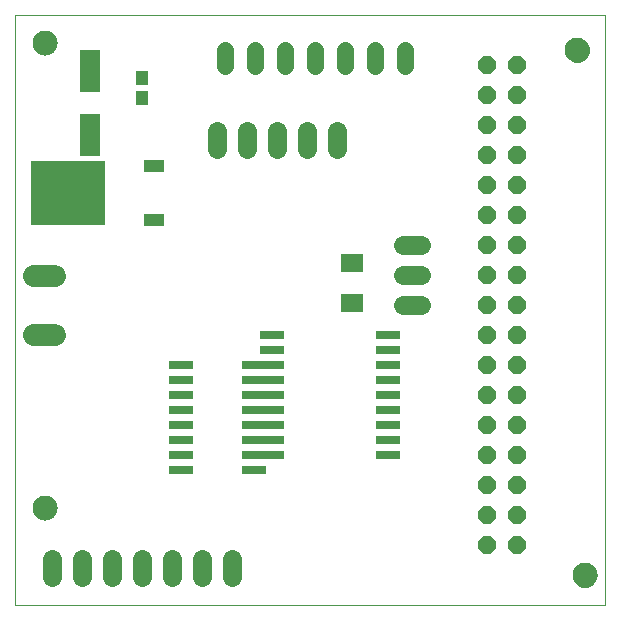
<source format=gbs>
G75*
%MOIN*%
%OFA0B0*%
%FSLAX24Y24*%
%IPPOS*%
%LPD*%
%AMOC8*
5,1,8,0,0,1.08239X$1,22.5*
%
%ADD10C,0.0000*%
%ADD11C,0.0827*%
%ADD12C,0.0745*%
%ADD13R,0.2481X0.2166*%
%ADD14R,0.0670X0.0434*%
%ADD15R,0.0670X0.1418*%
%ADD16R,0.0434X0.0473*%
%ADD17R,0.0840X0.0300*%
%ADD18OC8,0.0600*%
%ADD19C,0.0640*%
%ADD20R,0.0749X0.0591*%
%ADD21C,0.0560*%
D10*
X001100Y000333D02*
X001100Y020018D01*
X020785Y020018D01*
X020785Y000333D01*
X001100Y000333D01*
X001706Y003583D02*
X001708Y003622D01*
X001714Y003661D01*
X001724Y003699D01*
X001737Y003736D01*
X001754Y003771D01*
X001774Y003805D01*
X001798Y003836D01*
X001825Y003865D01*
X001854Y003891D01*
X001886Y003914D01*
X001920Y003934D01*
X001956Y003950D01*
X001993Y003962D01*
X002032Y003971D01*
X002071Y003976D01*
X002110Y003977D01*
X002149Y003974D01*
X002188Y003967D01*
X002225Y003956D01*
X002262Y003942D01*
X002297Y003924D01*
X002330Y003903D01*
X002361Y003878D01*
X002389Y003851D01*
X002414Y003821D01*
X002436Y003788D01*
X002455Y003754D01*
X002470Y003718D01*
X002482Y003680D01*
X002490Y003642D01*
X002494Y003603D01*
X002494Y003563D01*
X002490Y003524D01*
X002482Y003486D01*
X002470Y003448D01*
X002455Y003412D01*
X002436Y003378D01*
X002414Y003345D01*
X002389Y003315D01*
X002361Y003288D01*
X002330Y003263D01*
X002297Y003242D01*
X002262Y003224D01*
X002225Y003210D01*
X002188Y003199D01*
X002149Y003192D01*
X002110Y003189D01*
X002071Y003190D01*
X002032Y003195D01*
X001993Y003204D01*
X001956Y003216D01*
X001920Y003232D01*
X001886Y003252D01*
X001854Y003275D01*
X001825Y003301D01*
X001798Y003330D01*
X001774Y003361D01*
X001754Y003395D01*
X001737Y003430D01*
X001724Y003467D01*
X001714Y003505D01*
X001708Y003544D01*
X001706Y003583D01*
X001706Y019083D02*
X001708Y019122D01*
X001714Y019161D01*
X001724Y019199D01*
X001737Y019236D01*
X001754Y019271D01*
X001774Y019305D01*
X001798Y019336D01*
X001825Y019365D01*
X001854Y019391D01*
X001886Y019414D01*
X001920Y019434D01*
X001956Y019450D01*
X001993Y019462D01*
X002032Y019471D01*
X002071Y019476D01*
X002110Y019477D01*
X002149Y019474D01*
X002188Y019467D01*
X002225Y019456D01*
X002262Y019442D01*
X002297Y019424D01*
X002330Y019403D01*
X002361Y019378D01*
X002389Y019351D01*
X002414Y019321D01*
X002436Y019288D01*
X002455Y019254D01*
X002470Y019218D01*
X002482Y019180D01*
X002490Y019142D01*
X002494Y019103D01*
X002494Y019063D01*
X002490Y019024D01*
X002482Y018986D01*
X002470Y018948D01*
X002455Y018912D01*
X002436Y018878D01*
X002414Y018845D01*
X002389Y018815D01*
X002361Y018788D01*
X002330Y018763D01*
X002297Y018742D01*
X002262Y018724D01*
X002225Y018710D01*
X002188Y018699D01*
X002149Y018692D01*
X002110Y018689D01*
X002071Y018690D01*
X002032Y018695D01*
X001993Y018704D01*
X001956Y018716D01*
X001920Y018732D01*
X001886Y018752D01*
X001854Y018775D01*
X001825Y018801D01*
X001798Y018830D01*
X001774Y018861D01*
X001754Y018895D01*
X001737Y018930D01*
X001724Y018967D01*
X001714Y019005D01*
X001708Y019044D01*
X001706Y019083D01*
X019456Y018833D02*
X019458Y018872D01*
X019464Y018911D01*
X019474Y018949D01*
X019487Y018986D01*
X019504Y019021D01*
X019524Y019055D01*
X019548Y019086D01*
X019575Y019115D01*
X019604Y019141D01*
X019636Y019164D01*
X019670Y019184D01*
X019706Y019200D01*
X019743Y019212D01*
X019782Y019221D01*
X019821Y019226D01*
X019860Y019227D01*
X019899Y019224D01*
X019938Y019217D01*
X019975Y019206D01*
X020012Y019192D01*
X020047Y019174D01*
X020080Y019153D01*
X020111Y019128D01*
X020139Y019101D01*
X020164Y019071D01*
X020186Y019038D01*
X020205Y019004D01*
X020220Y018968D01*
X020232Y018930D01*
X020240Y018892D01*
X020244Y018853D01*
X020244Y018813D01*
X020240Y018774D01*
X020232Y018736D01*
X020220Y018698D01*
X020205Y018662D01*
X020186Y018628D01*
X020164Y018595D01*
X020139Y018565D01*
X020111Y018538D01*
X020080Y018513D01*
X020047Y018492D01*
X020012Y018474D01*
X019975Y018460D01*
X019938Y018449D01*
X019899Y018442D01*
X019860Y018439D01*
X019821Y018440D01*
X019782Y018445D01*
X019743Y018454D01*
X019706Y018466D01*
X019670Y018482D01*
X019636Y018502D01*
X019604Y018525D01*
X019575Y018551D01*
X019548Y018580D01*
X019524Y018611D01*
X019504Y018645D01*
X019487Y018680D01*
X019474Y018717D01*
X019464Y018755D01*
X019458Y018794D01*
X019456Y018833D01*
X019706Y001333D02*
X019708Y001372D01*
X019714Y001411D01*
X019724Y001449D01*
X019737Y001486D01*
X019754Y001521D01*
X019774Y001555D01*
X019798Y001586D01*
X019825Y001615D01*
X019854Y001641D01*
X019886Y001664D01*
X019920Y001684D01*
X019956Y001700D01*
X019993Y001712D01*
X020032Y001721D01*
X020071Y001726D01*
X020110Y001727D01*
X020149Y001724D01*
X020188Y001717D01*
X020225Y001706D01*
X020262Y001692D01*
X020297Y001674D01*
X020330Y001653D01*
X020361Y001628D01*
X020389Y001601D01*
X020414Y001571D01*
X020436Y001538D01*
X020455Y001504D01*
X020470Y001468D01*
X020482Y001430D01*
X020490Y001392D01*
X020494Y001353D01*
X020494Y001313D01*
X020490Y001274D01*
X020482Y001236D01*
X020470Y001198D01*
X020455Y001162D01*
X020436Y001128D01*
X020414Y001095D01*
X020389Y001065D01*
X020361Y001038D01*
X020330Y001013D01*
X020297Y000992D01*
X020262Y000974D01*
X020225Y000960D01*
X020188Y000949D01*
X020149Y000942D01*
X020110Y000939D01*
X020071Y000940D01*
X020032Y000945D01*
X019993Y000954D01*
X019956Y000966D01*
X019920Y000982D01*
X019886Y001002D01*
X019854Y001025D01*
X019825Y001051D01*
X019798Y001080D01*
X019774Y001111D01*
X019754Y001145D01*
X019737Y001180D01*
X019724Y001217D01*
X019714Y001255D01*
X019708Y001294D01*
X019706Y001333D01*
D11*
X020100Y001333D03*
X019850Y018833D03*
X002100Y019083D03*
X002100Y003583D03*
D12*
X002453Y009349D02*
X001748Y009349D01*
X001748Y011318D02*
X002453Y011318D01*
D13*
X002866Y014083D03*
D14*
X005740Y013186D03*
X005740Y014981D03*
D15*
X003600Y016020D03*
X003600Y018146D03*
D16*
X005350Y017918D03*
X005350Y017249D03*
D17*
X009670Y009333D03*
X009670Y008833D03*
X009670Y008333D03*
X009670Y007833D03*
X009670Y007333D03*
X009670Y006833D03*
X009670Y006333D03*
X009670Y005833D03*
X009670Y005333D03*
X009060Y005333D03*
X009060Y005833D03*
X009060Y006333D03*
X009060Y006833D03*
X009060Y007333D03*
X009060Y007833D03*
X009060Y008333D03*
X006640Y008333D03*
X006640Y007833D03*
X006640Y007333D03*
X006640Y006833D03*
X006640Y006333D03*
X006640Y005833D03*
X006640Y005333D03*
X006640Y004833D03*
X009060Y004833D03*
X013530Y005333D03*
X013530Y005833D03*
X013530Y006333D03*
X013530Y006833D03*
X013530Y007333D03*
X013530Y007833D03*
X013530Y008333D03*
X013530Y008833D03*
X013530Y009333D03*
D18*
X016850Y009333D03*
X016850Y008333D03*
X016850Y007333D03*
X016850Y006333D03*
X016850Y005333D03*
X016850Y004333D03*
X016850Y003333D03*
X016850Y002333D03*
X017850Y002333D03*
X017850Y003333D03*
X017850Y004333D03*
X017850Y005333D03*
X017850Y006333D03*
X017850Y007333D03*
X017850Y008333D03*
X017850Y009333D03*
X017850Y010333D03*
X016850Y010333D03*
X016850Y011333D03*
X017850Y011333D03*
X017850Y012333D03*
X016850Y012333D03*
X016850Y013333D03*
X017850Y013333D03*
X017850Y014333D03*
X017850Y015333D03*
X016850Y015333D03*
X016850Y014333D03*
X016850Y016333D03*
X017850Y016333D03*
X017850Y017333D03*
X016850Y017333D03*
X016850Y018333D03*
X017850Y018333D03*
D19*
X011850Y016133D02*
X011850Y015533D01*
X010850Y015533D02*
X010850Y016133D01*
X009850Y016133D02*
X009850Y015533D01*
X008850Y015533D02*
X008850Y016133D01*
X007850Y016133D02*
X007850Y015533D01*
X014050Y012333D02*
X014650Y012333D01*
X014650Y011333D02*
X014050Y011333D01*
X014050Y010333D02*
X014650Y010333D01*
X008350Y001883D02*
X008350Y001283D01*
X007350Y001283D02*
X007350Y001883D01*
X006350Y001883D02*
X006350Y001283D01*
X005350Y001283D02*
X005350Y001883D01*
X004350Y001883D02*
X004350Y001283D01*
X003350Y001283D02*
X003350Y001883D01*
X002350Y001883D02*
X002350Y001283D01*
D20*
X012350Y010414D03*
X012350Y011753D03*
D21*
X012100Y018323D02*
X012100Y018843D01*
X011100Y018843D02*
X011100Y018323D01*
X010100Y018323D02*
X010100Y018843D01*
X009100Y018843D02*
X009100Y018323D01*
X008100Y018323D02*
X008100Y018843D01*
X013100Y018843D02*
X013100Y018323D01*
X014100Y018323D02*
X014100Y018843D01*
M02*

</source>
